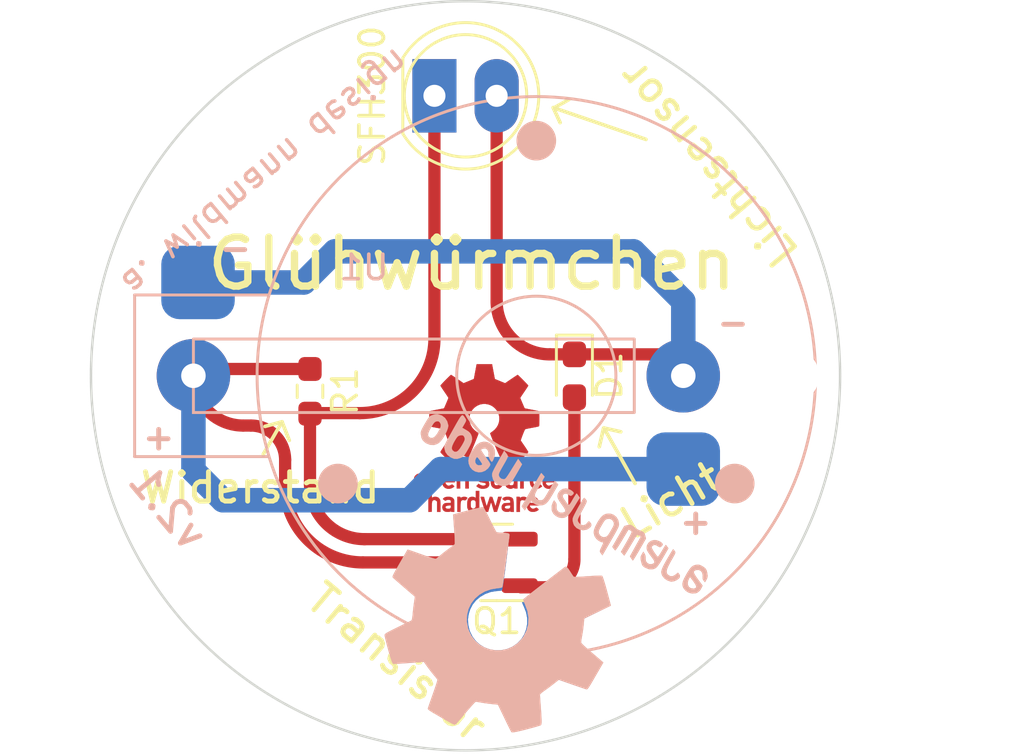
<source format=kicad_pcb>
(kicad_pcb (version 20221018) (generator pcbnew)
  (layers (0 "F.Cu" signal) (31 "B.Cu" signal) (34 "B.Paste" user) (35 "F.Paste" user) (36 "B.SilkS" user "B.Silkscreen") (37 "F.SilkS" user "F.Silkscreen") (38 "B.Mask" user) (39 "F.Mask" user) (44 "Edge.Cuts" user))
  (net 0 "")
  (net 1 "Net-(D1-K)")
  (net 2 "Net-(D1-A)")
  (net 3 "Net-(D2-C)")
  (net 4 "Net-(J1-Pin_1)")
  (footprint "MountingHole:MountingHole_2.2mm_M2" (layer "F.Cu") (at 73.025 98.044)
    (fp_text reference "2" hide)
    (fp_text value "MountingHole_2.2mm_M2")
    (pad "" np_thru_hole circle (at 0 0) (size 2.2 2.2) (drill 2.2) (layers "*.Cu" "*.Mask"))
  )
  (footprint "Resistor_SMD:R_0603_1608Metric_Pad0.98x0.95mm_HandSolder" (layer "F.Cu") (at 76.2 89.535 -90)
    (fp_text reference "R1" (at 0 -1.43 90) (layer "F.SilkS"))
    (fp_text value "10...100kΩ")
    (pad "1" smd roundrect (at -0.9125 0 270) (size 0.975 0.95) (layers "F.Cu" "F.Paste" "F.Mask") (net 4 "Net-(J1-Pin_1)"))
    (pad "2" smd roundrect (at 0.9125 0 270) (size 0.975 0.95) (layers "F.Cu" "F.Paste" "F.Mask") (net 3 "Net-(D2-C)"))
  )
  (footprint "Symbol:OSHW-Logo_5.7x6mm_Copper" (layer "F.Cu") (at 83.312 91.44)
    (fp_text reference "REF**" hide)
    (fp_text value "OSHW-Logo_5.7x6mm_Copper" hide)
    (fp_poly (pts (xy 1.79946 1.45803) (xy 1.842711 1.471245) (xy 1.870558 1.487941) (xy 1.879629 1.501145) (xy 1.877132 1.516797) (xy 1.860931 1.541385) (xy 1.847232 1.5588) (xy 1.818992 1.590283) (xy 1.797775 1.603529) (xy 1.779688 1.602664) (xy 1.726035 1.58901) (xy 1.68663 1.58963) (xy 1.654632 1.605104) (xy 1.64389 1.614161) (xy 1.609505 1.646027) (xy 1.609505 2.062179) (xy 1.471188 2.062179) (xy 1.471188 1.458614) (xy 1.540347 1.458614) (xy 1.581869 1.460256) (xy 1.603291 1.466087) (xy 1.609502 1.477461) (xy 1.609505 1.477798) (xy 1.612439 1.489713) (xy 1.625704 1.488159) (xy 1.644084 1.479563) (xy 1.682046 1.463568) (xy 1.712872 1.453945) (xy 1.752536 1.451478) (xy 1.79946 1.45803)) (stroke (width 0.01)) (fill solid) (layer "F.Cu"))
    (fp_poly (pts (xy 1.635255 2.401486) (xy 1.683595 2.411015) (xy 1.711114 2.425125) (xy 1.740064 2.448568) (xy 1.698876 2.500571) (xy 1.673482 2.532064) (xy 1.656238 2.547428) (xy 1.639102 2.549776) (xy 1.614027 2.542217) (xy 1.602257 2.537941) (xy 1.55427 2.531631) (xy 1.510324 2.545156) (xy 1.47806 2.57571) (xy 1.472819 2.585452) (xy 1.467112 2.611258) (xy 1.462706 2.658817) (xy 1.459811 2.724758) (xy 1.458631 2.80571) (xy 1.458614 2.817226) (xy 1.458614 3.017822) (xy 1.320297 3.017822) (xy 1.320297 2.401683) (xy 1.389456 2.401683) (xy 1.429333 2.402725) (xy 1.450107 2.407358) (xy 1.457789 2.417849) (xy 1.458614 2.427745) (xy 1.458614 2.453806) (xy 1.491745 2.427745) (xy 1.529735 2.409965) (xy 1.58077 2.401174) (xy 1.635255 2.401486)) (stroke (width 0.01)) (fill solid) (layer "F.Cu"))
    (fp_poly (pts (xy -0.993356 2.40302) (xy -0.974539 2.40866) (xy -0.968473 2.421053) (xy -0.968218 2.426647) (xy -0.967129 2.44223) (xy -0.959632 2.444676) (xy -0.939381 2.433993) (xy -0.927351 2.426694) (xy -0.8894 2.411063) (xy -0.844072 2.403334) (xy -0.796544 2.40274) (xy -0.751995 2.408513) (xy -0.715602 2.419884) (xy -0.692543 2.436088) (xy -0.687996 2.456355) (xy -0.690291 2.461843) (xy -0.70702 2.484626) (xy -0.732963 2.512647) (xy -0.737655 2.517177) (xy -0.762383 2.538005) (xy -0.783718 2.544735) (xy -0.813555 2.540038) (xy -0.825508 2.536917) (xy -0.862705 2.529421) (xy -0.888859 2.532792) (xy -0.910946 2.544681) (xy -0.931178 2.560635) (xy -0.946079 2.5807) (xy -0.956434 2.608702) (xy -0.963029 2.648467) (xy -0.966649 2.703823) (xy -0.968078 2.778594) (xy -0.968218 2.82374) (xy -0.968218 3.017822) (xy -1.09396 3.017822) (xy -1.09396 2.401683) (xy -1.031089 2.401683) (xy -0.993356 2.40302)) (stroke (width 0.01)) (fill solid) (layer "F.Cu"))
    (fp_poly (pts (xy 0.993367 1.654342) (xy 0.994555 1.746563) (xy 0.998897 1.81661) (xy 1.007558 1.867381) (xy 1.021704 1.901772) (xy 1.0425 1.922679) (xy 1.07111 1.933) (xy 1.106535 1.935636) (xy 1.143636 1.932682) (xy 1.171818 1.921889) (xy 1.192243 1.90036) (xy 1.206079 1.865199) (xy 1.214491 1.81351) (xy 1.218643 1.742394) (xy 1.219703 1.654342) (xy 1.219703 1.458614) (xy 1.35802 1.458614) (xy 1.35802 2.062179) (xy 1.288862 2.062179) (xy 1.24717 2.060489) (xy 1.225701 2.054556) (xy 1.219703 2.043293) (xy 1.216091 2.033261) (xy 1.201714 2.035383) (xy 1.172736 2.04958) (xy 1.106319 2.07148) (xy 1.035875 2.069928) (xy 0.968377 2.046147) (xy 0.936233 2.027362) (xy 0.911715 2.007022) (xy 0.893804 1.981573) (xy 0.881479 1.947458) (xy 0.873723 1.901121) (xy 0.869516 1.839007) (xy 0.86784 1.757561) (xy 0.867624 1.694578) (xy 0.867624 1.458614) (xy 0.993367 1.458614) (xy 0.993367 1.654342)) (stroke (width 0.01)) (fill solid) (layer "F.Cu"))
    (fp_poly (pts (xy -0.754012 1.469002) (xy -0.722717 1.48395) (xy -0.692409 1.505541) (xy -0.669318 1.530391) (xy -0.6525 1.562087) (xy -0.641006 1.604214) (xy -0.633891 1.660358) (xy -0.630207 1.734106) (xy -0.629008 1.829044) (xy -0.628989 1.838985) (xy -0.628713 2.062179) (xy -0.76703 2.062179) (xy -0.76703 1.856418) (xy -0.767128 1.780189) (xy -0.767809 1.724939) (xy -0.769651 1.686501) (xy -0.773233 1.660706) (xy -0.779132 1.643384) (xy -0.787927 1.630368) (xy -0.80018 1.617507) (xy -0.843047 1.589873) (xy -0.889843 1.584745) (xy -0.934424 1.602217) (xy -0.949928 1.615221) (xy -0.96131 1.627447) (xy -0.969481 1.64054) (xy -0.974974 1.658615) (xy -0.97832 1.685787) (xy -0.980051 1.72617) (xy -0.980697 1.783879) (xy -0.980792 1.854132) (xy -0.980792 2.062179) (xy -1.119109 2.062179) (xy -1.119109 1.458614) (xy -1.04995 1.458614) (xy -1.008428 1.460256) (xy -0.987006 1.466087) (xy -0.980795 1.477461) (xy -0.980792 1.477798) (xy -0.97791 1.488938) (xy -0.965199 1.487674) (xy -0.939926 1.475434) (xy -0.882605 1.457424) (xy -0.817037 1.455421) (xy -0.754012 1.469002)) (stroke (width 0.01)) (fill solid) (layer "F.Cu"))
    (fp_poly (pts (xy 2.217226 1.46388) (xy 2.29008 1.49483) (xy 2.313027 1.509895) (xy 2.342354 1.533048) (xy 2.360764 1.551253) (xy 2.363961 1.557183) (xy 2.354935 1.57034) (xy 2.331837 1.592667) (xy 2.313344 1.60825) (xy 2.262728 1.648926) (xy 2.22276 1.615295) (xy 2.191874 1.593584) (xy 2.161759 1.58609) (xy 2.127292 1.58792) (xy 2.072561 1.601528) (xy 2.034886 1.629772) (xy 2.011991 1.675433) (xy 2.001597 1.741289) (xy 2.001595 1.741331) (xy 2.002494 1.814939) (xy 2.016463 1.868946) (xy 2.044328 1.905716) (xy 2.063325 1.918168) (xy 2.113776 1.933673) (xy 2.167663 1.933683) (xy 2.214546 1.918638) (xy 2.225644 1.911287) (xy 2.253476 1.892511) (xy 2.275236 1.889434) (xy 2.298704 1.903409) (xy 2.324649 1.92851) (xy 2.365716 1.97088) (xy 2.320121 2.008464) (xy 2.249674 2.050882) (xy 2.170233 2.071785) (xy 2.087215 2.070272) (xy 2.032694 2.056411) (xy 1.96897 2.022135) (xy 1.918005 1.968212) (xy 1.894851 1.930149) (xy 1.876099 1.875536) (xy 1.866715 1.806369) (xy 1.866643 1.731407) (xy 1.875824 1.659409) (xy 1.894199 1.599137) (xy 1.897093 1.592958) (xy 1.939952 1.532351) (xy 1.997979 1.488224) (xy 2.066591 1.461493) (xy 2.141201 1.453073) (xy 2.217226 1.46388)) (stroke (width 0.01)) (fill solid) (layer "F.Cu"))
    (fp_poly (pts (xy 0.610762 1.466055) (xy 0.674363 1.500692) (xy 0.724123 1.555372) (xy 0.747568 1.599842) (xy 0.757634 1.639121) (xy 0.764156 1.695116) (xy 0.766951 1.759621) (xy 0.765836 1.824429) (xy 0.760626 1.881334) (xy 0.754541 1.911727) (xy 0.734014 1.953306) (xy 0.698463 1.997468) (xy 0.655619 2.036087) (xy 0.613211 2.061034) (xy 0.612177 2.06143) (xy 0.559553 2.072331) (xy 0.497188 2.072601) (xy 0.437924 2.062676) (xy 0.41504 2.054722) (xy 0.356102 2.0213) (xy 0.31389 1.977511) (xy 0.286156 1.919538) (xy 0.270651 1.843565) (xy 0.267143 1.803771) (xy 0.26759 1.753766) (xy 0.402376 1.753766) (xy 0.406917 1.826732) (xy 0.419986 1.882334) (xy 0.440756 1.917861) (xy 0.455552 1.92802) (xy 0.493464 1.935104) (xy 0.538527 1.933007) (xy 0.577487 1.922812) (xy 0.587704 1.917204) (xy 0.614659 1.884538) (xy 0.632451 1.834545) (xy 0.640024 1.773705) (xy 0.636325 1.708497) (xy 0.628057 1.669253) (xy 0.60432 1.623805) (xy 0.566849 1.595396) (xy 0.52172 1.585573) (xy 0.475011 1.595887) (xy 0.439132 1.621112) (xy 0.420277 1.641925) (xy 0.409272 1.662439) (xy 0.404026 1.690203) (xy 0.402449 1.732762) (xy 0.402376 1.753766) (xy 0.26759 1.753766) (xy 0.268094 1.69758) (xy 0.285388 1.610501) (xy 0.319029 1.54253) (xy 0.369018 1.493664) (xy 0.435356 1.463899) (xy 0.449601 1.460448) (xy 0.53521 1.452345) (xy 0.610762 1.466055)) (stroke (width 0.01)) (fill solid) (layer "F.Cu"))
    (fp_poly (pts (xy 0.281524 2.404237) (xy 0.331255 2.407971) (xy 0.461291 2.797773) (xy 0.481678 2.728614) (xy 0.493946 2.685874) (xy 0.510085 2.628115) (xy 0.527512 2.564625) (xy 0.536726 2.53057) (xy 0.571388 2.401683) (xy 0.714391 2.401683) (xy 0.671646 2.536857) (xy 0.650596 2.603342) (xy 0.625167 2.683539) (xy 0.59861 2.767193) (xy 0.574902 2.841782) (xy 0.520902 3.011535) (xy 0.462598 3.015328) (xy 0.404295 3.019122) (xy 0.372679 2.914734) (xy 0.353182 2.849889) (xy 0.331904 2.7784) (xy 0.313308 2.715263) (xy 0.312574 2.71275) (xy 0.298684 2.669969) (xy 0.286429 2.640779) (xy 0.277846 2.629741) (xy 0.276082 2.631018) (xy 0.269891 2.64813) (xy 0.258128 2.684787) (xy 0.242225 2.736378) (xy 0.223614 2.798294) (xy 0.213543 2.832352) (xy 0.159007 3.017822) (xy 0.043264 3.017822) (xy -0.049263 2.725471) (xy -0.075256 2.643462) (xy -0.098934 2.568987) (xy -0.11918 2.505544) (xy -0.134874 2.456632) (xy -0.144898 2.425749) (xy -0.147945 2.416726) (xy -0.145533 2.407487) (xy -0.126592 2.403441) (xy -0.087177 2.403846) (xy -0.081007 2.404152) (xy -0.007914 2.407971) (xy 0.039957 2.58401) (xy 0.057553 2.648211) (xy 0.073277 2.704649) (xy 0.085746 2.748422) (xy 0.093574 2.77463) (xy 0.09502 2.778903) (xy 0.101014 2.77399) (xy 0.113101 2.748532) (xy 0.129893 2.705997) (xy 0.150003 2.64985) (xy 0.167003 2.59913) (xy 0.231794 2.400504) (xy 0.281524 2.404237)) (stroke (width 0.01)) (fill solid) (layer "F.Cu"))
    (fp_poly (pts (xy -2.538261 1.465148) (xy -2.472479 1.494231) (xy -2.42254 1.542793) (xy -2.388374 1.610908) (xy -2.369907 1.698651) (xy -2.368583 1.712351) (xy -2.367546 1.808939) (xy -2.380993 1.893602) (xy -2.408108 1.962221) (xy -2.422627 1.984294) (xy -2.473201 2.031011) (xy -2.537609 2.061268) (xy -2.609666 2.073824) (xy -2.683185 2.067439) (xy -2.739072 2.047772) (xy -2.787132 2.014629) (xy -2.826412 1.971175) (xy -2.827092 1.970158) (xy -2.843044 1.943338) (xy -2.85341 1.916368) (xy -2.859688 1.882332) (xy -2.863373 1.83431) (xy -2.864997 1.794931) (xy -2.865672 1.759219) (xy -2.739955 1.759219) (xy -2.738726 1.79477) (xy -2.734266 1.842094) (xy -2.726397 1.872465) (xy -2.712207 1.894072) (xy -2.698917 1.906694) (xy -2.651802 1.933122) (xy -2.602505 1.936653) (xy -2.556593 1.917639) (xy -2.533638 1.896331) (xy -2.517096 1.874859) (xy -2.507421 1.854313) (xy -2.503174 1.827574) (xy -2.50292 1.787523) (xy -2.504228 1.750638) (xy -2.507043 1.697947) (xy -2.511505 1.663772) (xy -2.519548 1.64148) (xy -2.533103 1.624442) (xy -2.543845 1.614703) (xy -2.588777 1.589123) (xy -2.637249 1.587847) (xy -2.677894 1.602999) (xy -2.712567 1.634642) (xy -2.733224 1.68662) (xy -2.739955 1.759219) (xy -2.865672 1.759219) (xy -2.866479 1.716621) (xy -2.863948 1.658056) (xy -2.856362 1.614007) (xy -2.842681 1.579248) (xy -2.821865 1.548551) (xy -2.814147 1.539436) (xy -2.765889 1.494021) (xy -2.714128 1.467493) (xy -2.650828 1.456379) (xy -2.619961 1.455471) (xy -2.538261 1.465148)) (stroke (width 0.01)) (fill solid) (layer "F.Cu"))
    (fp_poly (pts (xy -0.201188 3.017822) (xy -0.270346 3.017822) (xy -0.310488 3.016645) (xy -0.331394 3.011772) (xy -0.338922 3.001186) (xy -0.339505 2.994029) (xy -0.340774 2.979676) (xy -0.348779 2.976923) (xy -0.369815 2.985771) (xy -0.386173 2.994029) (xy -0.448977 3.013597) (xy -0.517248 3.014729) (xy -0.572752 3.000135) (xy -0.624438 2.964877) (xy -0.663838 2.912835) (xy -0.685413 2.85145) (xy -0.685962 2.848018) (xy -0.689167 2.810571) (xy -0.690761 2.756813) (xy -0.690633 2.716155) (xy -0.553279 2.716155) (xy -0.550097 2.770194) (xy -0.542859 2.814735) (xy -0.53306 2.839888) (xy -0.495989 2.87426) (xy -0.451974 2.886582) (xy -0.406584 2.876618) (xy -0.367797 2.846895) (xy -0.353108 2.826905) (xy -0.344519 2.80305) (xy -0.340496 2.76823) (xy -0.339505 2.71593) (xy -0.341278 2.664139) (xy -0.345963 2.618634) (xy -0.352603 2.588181) (xy -0.35371 2.585452) (xy -0.380491 2.553) (xy -0.419579 2.535183) (xy -0.463315 2.532306) (xy -0.504038 2.544674) (xy -0.534087 2.572593) (xy -0.537204 2.578148) (xy -0.546961 2.612022) (xy -0.552277 2.660728) (xy -0.553279 2.716155) (xy -0.690633 2.716155) (xy -0.690568 2.69554) (xy -0.689664 2.662563) (xy -0.683514 2.580981) (xy -0.670733 2.51973) (xy -0.649471 2.474449) (xy -0.617878 2.440779) (xy -0.587207 2.421014) (xy -0.544354 2.40712) (xy -0.491056 2.402354) (xy -0.43648 2.406236) (xy -0.389792 2.418282) (xy -0.365124 2.432693) (xy -0.339505 2.455878) (xy -0.339505 2.162773) (xy -0.201188 2.162773) (xy -0.201188 3.017822)) (stroke (width 0.01)) (fill solid) (layer "F.Cu"))
    (fp_poly (pts (xy 2.677898 1.456457) (xy 2.710096 1.464279) (xy 2.771825 1.492921) (xy 2.82461 1.536667) (xy 2.861141 1.589117) (xy 2.86616 1.600893) (xy 2.873045 1.63174) (xy 2.877864 1.677371) (xy 2.879505 1.723492) (xy 2.879505 1.810693) (xy 2.697178 1.810693) (xy 2.621979 1.810978) (xy 2.569003 1.812704) (xy 2.535325 1.817181) (xy 2.51802 1.82572) (xy 2.514163 1.83963) (xy 2.520829 1.860222) (xy 2.53277 1.884315) (xy 2.56608 1.924525) (xy 2.612368 1.944558) (xy 2.668944 1.943905) (xy 2.733031 1.922101) (xy 2.788417 1.895193) (xy 2.834375 1.931532) (xy 2.880333 1.967872) (xy 2.837096 2.007819) (xy 2.779374 2.045563) (xy 2.708386 2.06832) (xy 2.632029 2.074688) (xy 2.558199 2.063268) (xy 2.546287 2.059393) (xy 2.481399 2.025506) (xy 2.43313 1.974986) (xy 2.400465 1.906325) (xy 2.382385 1.818014) (xy 2.382175 1.816121) (xy 2.380556 1.719878) (xy 2.3871 1.685542) (xy 2.514852 1.685542) (xy 2.526584 1.690822) (xy 2.558438 1.694867) (xy 2.605397 1.697176) (xy 2.635154 1.697525) (xy 2.690648 1.697306) (xy 2.725346 1.695916) (xy 2.743601 1.692251) (xy 2.749766 1.68521) (xy 2.748195 1.67369) (xy 2.746878 1.669233) (xy 2.724382 1.627355) (xy 2.689003 1.593604) (xy 2.65778 1.578773) (xy 2.616301 1.579668) (xy 2.574269 1.598164) (xy 2.539012 1.628786) (xy 2.517854 1.666062) (xy 2.514852 1.685542) (xy 2.3871 1.685542) (xy 2.39669 1.635229) (xy 2.428698 1.564191) (xy 2.474701 1.508779) (xy 2.532821 1.471009) (xy 2.60118 1.452896) (xy 2.677898 1.456457)) (stroke (width 0.01)) (fill solid) (layer "F.Cu"))
    (fp_poly (pts (xy 0.014017 1.456452) (xy 0.061634 1.465482) (xy 0.111034 1.48437) (xy 0.116312 1.486777) (xy 0.153774 1.506476) (xy 0.179717 1.524781) (xy 0.188103 1.536508) (xy 0.180117 1.555632) (xy 0.16072 1.58385) (xy 0.15211 1.594384) (xy 0.116628 1.635847) (xy 0.070885 1.608858) (xy 0.02735 1.590878) (xy -0.02295 1.581267) (xy -0.071188 1.58066) (xy -0.108533 1.589691) (xy -0.117495 1.595327) (xy -0.134563 1.621171) (xy -0.136637 1.650941) (xy -0.123866 1.674197) (xy -0.116312 1.678708) (xy -0.093675 1.684309) (xy -0.053885 1.690892) (xy -0.004834 1.697183) (xy 0.004215 1.69817) (xy 0.082996 1.711798) (xy 0.140136 1.734946) (xy 0.17803 1.769752) (xy 0.199079 1.818354) (xy 0.205635 1.877718) (xy 0.196577 1.945198) (xy 0.167164 1.998188) (xy 0.117278 2.036783) (xy 0.0468 2.061081) (xy -0.031435 2.070667) (xy -0.095234 2.070552) (xy -0.146984 2.061845) (xy -0.182327 2.049825) (xy -0.226983 2.02888) (xy -0.268253 2.004574) (xy -0.282921 1.993876) (xy -0.320643 1.963084) (xy -0.275148 1.917049) (xy -0.229653 1.871013) (xy -0.177928 1.905243) (xy -0.126048 1.930952) (xy -0.070649 1.944399) (xy -0.017395 1.945818) (xy 0.028049 1.935443) (xy 0.060016 1.913507) (xy 0.070338 1.894998) (xy 0.068789 1.865314) (xy 0.04314 1.842615) (xy -0.00654 1.82694) (xy -0.060969 1.819695) (xy -0.144736 1.805873) (xy -0.206967 1.779796) (xy -0.248493 1.740699) (xy -0.270147 1.68782) (xy -0.273147 1.625126) (xy -0.258329 1.559642) (xy -0.224546 1.510144) (xy -0.171495 1.476408) (xy -0.098874 1.458207) (xy -0.045072 1.454639) (xy 0.014017 1.456452)) (stroke (width 0.01)) (fill solid) (layer "F.Cu"))
    (fp_poly (pts (xy 2.032581 2.40497) (xy 2.092685 2.420597) (xy 2.143021 2.452848) (xy 2.167393 2.47694) (xy 2.207345 2.533895) (xy 2.230242 2.599965) (xy 2.238108 2.681182) (xy 2.238148 2.687748) (xy 2.238218 2.753763) (xy 1.858264 2.753763) (xy 1.866363 2.788342) (xy 1.880987 2.819659) (xy 1.906581 2.852291) (xy 1.911935 2.8575) (xy 1.957943 2.885694) (xy 2.01041 2.890475) (xy 2.070803 2.871926) (xy 2.08104 2.866931) (xy 2.112439 2.851745) (xy 2.13347 2.843094) (xy 2.137139 2.842293) (xy 2.149948 2.850063) (xy 2.174378 2.869072) (xy 2.186779 2.87946) (xy 2.212476 2.903321) (xy 2.220915 2.919077) (xy 2.215058 2.933571) (xy 2.211928 2.937534) (xy 2.190725 2.954879) (xy 2.155738 2.975959) (xy 2.131337 2.988265) (xy 2.062072 3.009946) (xy 1.985388 3.016971) (xy 1.912765 3.008647) (xy 1.892426 3.002686) (xy 1.829476 2.968952) (xy 1.782815 2.917045) (xy 1.752173 2.846459) (xy 1.737282 2.756692) (xy 1.735647 2.709753) (xy 1.740421 2.641413) (xy 1.86099 2.641413) (xy 1.872652 2.646465) (xy 1.903998 2.650429) (xy 1.949571 2.652768) (xy 1.980446 2.653169) (xy 2.035981 2.652783) (xy 2.071033 2.650975) (xy 2.090262 2.646773) (xy 2.09833 2.639203) (xy 2.099901 2.628218) (xy 2.089121 2.594381) (xy 2.06198 2.56094) (xy 2.026277 2.535272) (xy 1.99056 2.524772) (xy 1.942048 2.534086) (xy 1.900053 2.561013) (xy 1.870936 2.599827) (xy 1.86099 2.641413) (xy 1.740421 2.641413) (xy 1.742599 2.610236) (xy 1.764055 2.530949) (xy 1.80047 2.471263) (xy 1.852297 2.430549) (xy 1.91999 2.408179) (xy 1.956662 2.403871) (xy 2.032581 2.40497)) (stroke (width 0.01)) (fill solid) (layer "F.Cu"))
    (fp_poly (pts (xy -1.356699 1.472614) (xy -1.344168 1.478514) (xy -1.300799 1.510283) (xy -1.25979 1.556646) (xy -1.229168 1.607696) (xy -1.220459 1.631166) (xy -1.212512 1.673091) (xy -1.207774 1.723757) (xy -1.207199 1.744679) (xy -1.207129 1.810693) (xy -1.587083 1.810693) (xy -1.578983 1.845273) (xy -1.559104 1.88617) (xy -1.524347 1.921514) (xy -1.482998 1.944282) (xy -1.456649 1.94901) (xy -1.420916 1.943273) (xy -1.378282 1.928882) (xy -1.363799 1.922262) (xy -1.31024 1.895513) (xy -1.264533 1.930376) (xy -1.238158 1.953955) (xy -1.224124 1.973417) (xy -1.223414 1.979129) (xy -1.235951 1.992973) (xy -1.263428 2.014012) (xy -1.288366 2.030425) (xy -1.355664 2.05993) (xy -1.43111 2.073284) (xy -1.505888 2.069812) (xy -1.565495 2.051663) (xy -1.626941 2.012784) (xy -1.670608 1.961595) (xy -1.697926 1.895367) (xy -1.710322 1.811371) (xy -1.711421 1.772936) (xy -1.707022 1.684861) (xy -1.706482 1.682299) (xy -1.580582 1.682299) (xy -1.577115 1.690558) (xy -1.562863 1.695113) (xy -1.53347 1.697065) (xy -1.484575 1.697517) (xy -1.465748 1.697525) (xy -1.408467 1.696843) (xy -1.372141 1.694364) (xy -1.352604 1.689443) (xy -1.34569 1.681434) (xy -1.345445 1.678862) (xy -1.353336 1.658423) (xy -1.373085 1.629789) (xy -1.381575 1.619763) (xy -1.413094 1.591408) (xy -1.445949 1.580259) (xy -1.463651 1.579327) (xy -1.511539 1.590981) (xy -1.551699 1.622285) (xy -1.577173 1.667752) (xy -1.577625 1.669233) (xy -1.580582 1.682299) (xy -1.706482 1.682299) (xy -1.692392 1.61551) (xy -1.666038 1.560025) (xy -1.633807 1.520639) (xy -1.574217 1.477931) (xy -1.504168 1.455109) (xy -1.429661 1.453046) (xy -1.356699 1.472614)) (stroke (width 0.01)) (fill solid) (layer "F.Cu"))
    (fp_poly (pts (xy 1.038411 2.405417) (xy 1.091411 2.41829) (xy 1.106731 2.42511) (xy 1.136428 2.442974) (xy 1.15922 2.463093) (xy 1.176083 2.488962) (xy 1.187998 2.524073) (xy 1.195942 2.57192) (xy 1.200894 2.635996) (xy 1.203831 2.719794) (xy 1.204947 2.775768) (xy 1.209052 3.017822) (xy 1.138932 3.017822) (xy 1.096393 3.016038) (xy 1.074476 3.009942) (xy 1.068812 2.999706) (xy 1.065821 2.988637) (xy 1.052451 2.990754) (xy 1.034233 2.999629) (xy 0.988624 3.013233) (xy 0.930007 3.016899) (xy 0.868354 3.010903) (xy 0.813638 2.995521) (xy 0.80873 2.993386) (xy 0.758723 2.958255) (xy 0.725756 2.909419) (xy 0.710587 2.852333) (xy 0.711746 2.831824) (xy 0.835508 2.831824) (xy 0.846413 2.859425) (xy 0.878745 2.879204) (xy 0.93091 2.889819) (xy 0.958787 2.891228) (xy 1.005247 2.88762) (xy 1.036129 2.873597) (xy 1.043664 2.866931) (xy 1.064076 2.830666) (xy 1.068812 2.797773) (xy 1.068812 2.753763) (xy 1.007513 2.753763) (xy 0.936256 2.757395) (xy 0.886276 2.768818) (xy 0.854696 2.788824) (xy 0.847626 2.797743) (xy 0.835508 2.831824) (xy 0.711746 2.831824) (xy 0.713971 2.792456) (xy 0.736663 2.735244) (xy 0.767624 2.69658) (xy 0.786376 2.679864) (xy 0.804733 2.668878) (xy 0.828619 2.66218) (xy 0.863957 2.658326) (xy 0.916669 2.655873) (xy 0.937577 2.655168) (xy 1.068812 2.650879) (xy 1.06862 2.611158) (xy 1.063537 2.569405) (xy 1.045162 2.544158) (xy 1.008039 2.52803) (xy 1.007043 2.527742) (xy 0.95441 2.5214) (xy 0.902906 2.529684) (xy 0.86463 2.549827) (xy 0.849272 2.559773) (xy 0.83273 2.558397) (xy 0.807275 2.543987) (xy 0.792328 2.533817) (xy 0.763091 2.512088) (xy 0.74498 2.4958) (xy 0.742074 2.491137) (xy 0.75404 2.467005) (xy 0.789396 2.438185) (xy 0.804753 2.428461) (xy 0.848901 2.411714) (xy 0.908398 2.402227) (xy 0.974487 2.400095) (xy 1.038411 2.405417)) (stroke (width 0.01)) (fill solid) (layer "F.Cu"))
    (fp_poly (pts (xy -1.38421 2.406555) (xy -1.325055 2.422339) (xy -1.280023 2.450948) (xy -1.248246 2.488419) (xy -1.238366 2.504411) (xy -1.231073 2.521163) (xy -1.225974 2.542592) (xy -1.222679 2.572616) (xy -1.220797 2.615154) (xy -1.219937 2.674122) (xy -1.219707 2.75344) (xy -1.219703 2.774484) (xy -1.219703 3.017822) (xy -1.280059 3.017822) (xy -1.318557 3.015126) (xy -1.347023 3.008295) (xy -1.354155 3.004083) (xy -1.373652 2.996813) (xy -1.393566 3.004083) (xy -1.426353 3.01316) (xy -1.473978 3.016813) (xy -1.526764 3.015228) (xy -1.575036 3.008589) (xy -1.603218 3.000072) (xy -1.657753 2.965063) (xy -1.691835 2.916479) (xy -1.707157 2.851882) (xy -1.707299 2.850223) (xy -1.705955 2.821566) (xy -1.584356 2.821566) (xy -1.573726 2.854161) (xy -1.55641 2.872505) (xy -1.521652 2.886379) (xy -1.475773 2.891917) (xy -1.428988 2.889191) (xy -1.391514 2.878274) (xy -1.381015 2.871269) (xy -1.362668 2.838904) (xy -1.35802 2.802111) (xy -1.35802 2.753763) (xy -1.427582 2.753763) (xy -1.493667 2.75885) (xy -1.543764 2.773263) (xy -1.574929 2.795729) (xy -1.584356 2.821566) (xy -1.705955 2.821566) (xy -1.703987 2.779647) (xy -1.68071 2.723845) (xy -1.636948 2.681647) (xy -1.630899 2.677808) (xy -1.604907 2.665309) (xy -1.572735 2.65774) (xy -1.52776 2.654061) (xy -1.474331 2.653216) (xy -1.35802 2.653169) (xy -1.35802 2.604411) (xy -1.362953 2.566581) (xy -1.375543 2.541236) (xy -1.377017 2.539887) (xy -1.405034 2.5288) (xy -1.447326 2.524503) (xy -1.494064 2.526615) (xy -1.535418 2.534756) (xy -1.559957 2.546965) (xy -1.573253 2.556746) (xy -1.587294 2.558613) (xy -1.606671 2.5506) (xy -1.635976 2.530739) (xy -1.679803 2.497063) (xy -1.683825 2.493909) (xy -1.681764 2.482236) (xy -1.664568 2.462822) (xy -1.638433 2.441248) (xy -1.609552 2.423096) (xy -1.600478 2.418809) (xy -1.56738 2.410256) (xy -1.51888 2.404155) (xy -1.464695 2.401708) (xy -1.462161 2.401703) (xy -1.38421 2.406555)) (stroke (width 0.01)) (fill solid) (layer "F.Cu"))
    (fp_poly (pts (xy -1.908759 1.469184) (xy -1.882247 1.482282) (xy -1.849553 1.505106) (xy -1.825725 1.529996) (xy -1.809406 1.561249) (xy -1.79924 1.603166) (xy -1.793872 1.660044) (xy -1.791944 1.736184) (xy -1.791831 1.768917) (xy -1.792161 1.840656) (xy -1.793527 1.891927) (xy -1.7965 1.927404) (xy -1.801649 1.951763) (xy -1.809543 1.96968) (xy -1.817757 1.981902) (xy -1.870187 2.033905) (xy -1.93193 2.065184) (xy -1.998536 2.074592) (xy -2.065558 2.06098) (xy -2.086792 2.051354) (xy -2.137624 2.024859) (xy -2.137624 2.440052) (xy -2.100525 2.420868) (xy -2.051643 2.406025) (xy -1.991561 2.402222) (xy -1.931564 2.409243) (xy -1.886256 2.425013) (xy -1.848675 2.455047) (xy -1.816564 2.498024) (xy -1.81415 2.502436) (xy -1.803967 2.523221) (xy -1.79653 2.54417) (xy -1.791411 2.569548) (xy -1.788181 2.603618) (xy -1.786413 2.650641) (xy -1.785677 2.714882) (xy -1.785544 2.787176) (xy -1.785544 3.017822) (xy -1.923861 3.017822) (xy -1.923861 2.592533) (xy -1.962549 2.559979) (xy -2.002738 2.53394) (xy -2.040797 2.529205) (xy -2.079066 2.541389) (xy -2.099462 2.55332) (xy -2.114642 2.570313) (xy -2.125438 2.595995) (xy -2.132683 2.633991) (xy -2.137208 2.687926) (xy -2.139844 2.761425) (xy -2.140772 2.810347) (xy -2.143911 3.011535) (xy -2.209926 3.015336) (xy -2.27594 3.019136) (xy -2.27594 1.77065) (xy -2.137624 1.77065) (xy -2.134097 1.840254) (xy -2.122215 1.888569) (xy -2.10002 1.918631) (xy -2.065559 1.933471) (xy -2.030742 1.936436) (xy -1.991329 1.933028) (xy -1.965171 1.919617) (xy -1.948814 1.901896) (xy -1.935937 1.882835) (xy -1.928272 1.861601) (xy -1.924861 1.831849) (xy -1.924749 1.787236) (xy -1.925897 1.74988) (xy -1.928532 1.693604) (xy -1.932456 1.656658) (xy -1.939063 1.633223) (xy -1.949749 1.61748) (xy -1.959833 1.60838) (xy -2.00197 1.588537) (xy -2.05184 1.585332) (xy -2.080476 1.592168) (xy -2.108828 1.616464) (xy -2.127609 1.663728) (xy -2.136712 1.733624) (xy -2.137624 1.77065) (xy -2.27594 1.77065) (xy -2.27594 1.458614) (xy -2.206782 1.458614) (xy -2.16526 1.460256) (xy -2.143838 1.466087) (xy -2.137626 1.477461) (xy -2.137624 1.477798) (xy -2.134742 1.488938) (xy -2.12203 1.487673) (xy -2.096757 1.475433) (xy -2.037869 1.456707) (xy -1.971615 1.454739) (xy -1.908759 1.469184)) (stroke (width 0.01)) (fill solid) (layer "F.Cu"))
    (fp_poly (pts (xy 0.376964 -2.709982) (xy 0.433812 -2.40843) (xy 0.853338 -2.235488) (xy 1.104984 -2.406605) (xy 1.175458 -2.45425) (xy 1.239163 -2.49679) (xy 1.293126 -2.532285) (xy 1.334373 -2.55879) (xy 1.359934 -2.574364) (xy 1.366895 -2.577722) (xy 1.379435 -2.569086) (xy 1.406231 -2.545208) (xy 1.44428 -2.509141) (xy 1.490579 -2.463933) (xy 1.542123 -2.412636) (xy 1.595909 -2.358299) (xy 1.648935 -2.303972) (xy 1.698195 -2.252705) (xy 1.740687 -2.207549) (xy 1.773407 -2.171554) (xy 1.793351 -2.14777) (xy 1.798119 -2.13981) (xy 1.791257 -2.125135) (xy 1.77202 -2.092986) (xy 1.74243 -2.046508) (xy 1.70451 -1.988844) (xy 1.660282 -1.92314) (xy 1.634654 -1.885664) (xy 1.587941 -1.817232) (xy 1.546432 -1.75548) (xy 1.51214 -1.703481) (xy 1.48708 -1.664308) (xy 1.473264 -1.641035) (xy 1.471188 -1.636145) (xy 1.475895 -1.622245) (xy 1.488723 -1.58985) (xy 1.507738 -1.543515) (xy 1.531003 -1.487794) (xy 1.556584 -1.427242) (xy 1.582545 -1.366414) (xy 1.60695 -1.309864) (xy 1.627863 -1.262148) (xy 1.643349 -1.227819) (xy 1.651472 -1.211432) (xy 1.651952 -1.210788) (xy 1.664707 -1.207659) (xy 1.698677 -1.200679) (xy 1.75034 -1.190533) (xy 1.816176 -1.177908) (xy 1.892664 -1.163491) (xy 1.93729 -1.155177) (xy 2.019021 -1.139616) (xy 2.092843 -1.124808) (xy 2.155021 -1.111564) (xy 2.201822 -1.100695) (xy 2.229509 -1.093011) (xy 2.235074 -1.090573) (xy 2.240526 -1.07407) (xy 2.244924 -1.0368) (xy 2.248272 -0.98312) (xy 2.250574 -0.917388) (xy 2.251832 -0.843963) (xy 2.252048 -0.767204) (xy 2.251227 -0.691468) (xy 2.249371 -0.621114) (xy 2.246482 -0.5605) (xy 2.242565 -0.513984) (xy 2.237622 -0.485925) (xy 2.234657 -0.480084) (xy 2.216934 -0.473083) (xy 2.179381 -0.463073) (xy 2.126964 -0.451231) (xy 2.064652 -0.438733) (xy 2.0429 -0.43469) (xy 1.938024 -0.41548) (xy 1.85518 -0.400009) (xy 1.79163 -0.387663) (xy 1.744637 -0.377827) (xy 1.711463 -0.369886) (xy 1.689371 -0.363224) (xy 1.675624 -0.357227) (xy 1.667484 -0.351281) (xy 1.666345 -0.350106) (xy 1.654977 -0.331174) (xy 1.637635 -0.294331) (xy 1.61605 -0.244087) (xy 1.591954 -0.184954) (xy 1.567079 -0.121444) (xy 1.543157 -0.058068) (xy 1.521919 0.000662) (xy 1.505097 0.050235) (xy 1.494422 0.086139) (xy 1.491627 0.103862) (xy 1.49186 0.104483) (xy 1.501331 0.11897) (xy 1.522818 0.150844) (xy 1.554063 0.196789) (xy 1.592807 0.253485) (xy 1.636793 0.317617) (xy 1.649319 0.335842) (xy 1.693984 0.401914) (xy 1.733288 0.4622) (xy 1.765088 0.513235) (xy 1.787245 0.55156) (xy 1.797617 0.573711) (xy 1.798119 0.576432) (xy 1.789405 0.590736) (xy 1.765325 0.619072) (xy 1.728976 0.658396) (xy 1.683453 0.705661) (xy 1.631852 0.757823) (xy 1.577267 0.811835) (xy 1.522794 0.864653) (xy 1.471529 0.913231) (xy 1.426567 0.954523) (xy 1.391004 0.985485) (xy 1.367935 1.00307) (xy 1.361554 1.005941) (xy 1.346699 0.999178) (xy 1.316286 0.980939) (xy 1.275268 0.954297) (xy 1.243709 0.932852) (xy 1.186525 0.893503) (xy 1.118806 0.847171) (xy 1.05088 0.800913) (xy 1.014361 0.776155) (xy 0.890752 0.692547) (xy 0.786991 0.74865) (xy 0.73972 0.773228) (xy 0.699523 0.792331) (xy 0.672326 0.803227) (xy 0.665402 0.804743) (xy 0.657077 0.793549) (xy 0.640654 0.761917) (xy 0.617357 0.712765) (xy 0.588414 0.64901) (xy 0.55505 0.573571) (xy 0.518491 0.489364) (xy 0.479964 0.399308) (xy 0.440694 0.306321) (xy 0.401908 0.21332) (xy 0.36483 0.123223) (xy 0.330689 0.038948) (xy 0.300708 -0.036587) (xy 0.276116 -0.100466) (xy 0.258136 -0.149769) (xy 0.247997 -0.181579) (xy 0.246366 -0.192504) (xy 0.259291 -0.206439) (xy 0.287589 -0.22906) (xy 0.325346 -0.255667) (xy 0.328515 -0.257772) (xy 0.4261 -0.335886) (xy 0.504786 -0.427018) (xy 0.563891 -0.528255) (xy 0.602732 -0.636682) (xy 0.620628 -0.749386) (xy 0.616897 -0.863452) (xy 0.590857 -0.975966) (xy 0.541825 -1.084015) (xy 0.5274 -1.107655) (xy 0.452369 -1.203113) (xy 0.36373 -1.279768) (xy 0.264549 -1.33722) (xy 0.157895 -1.375071) (xy 0.046836 -1.392922) (xy -0.065561 -1.390375) (xy -0.176227 -1.36703) (xy -0.282094 -1.32249) (xy -0.380095 -1.256355) (xy -0.41041 -1.229513) (xy -0.487562 -1.145488) (xy -0.543782 -1.057034) (xy -0.582347 -0.957885) (xy -0.603826 -0.859697) (xy -0.609128 -0.749303) (xy -0.591448 -0.63836) (xy -0.552581 -0.530619) (xy -0.494323 -0.429831) (xy -0.418469 -0.339744) (xy -0.326817 -0.264108) (xy -0.314772 -0.256136) (xy -0.276611 -0.230026) (xy -0.247601 -0.207405) (xy -0.233732 -0.192961) (xy -0.233531 -0.192504) (xy -0.236508 -0.176879) (xy -0.248311 -0.141418) (xy -0.267714 -0.089038) (xy -0.293488 -0.022655) (xy -0.324409 0.054814) (xy -0.359249 0.14045) (xy -0.396783 0.231337) (xy -0.435783 0.324559) (xy -0.475023 0.417197) (xy -0.513276 0.506335) (xy -0.549317 0.589055) (xy -0.581917 0.662441) (xy -0.609852 0.723575) (xy -0.631895 0.769541) (xy -0.646818 0.797421) (xy -0.652828 0.804743) (xy -0.671191 0.799041) (xy -0.705552 0.783749) (xy -0.749984 0.761599) (xy -0.774417 0.74865) (xy -0.878178 0.692547) (xy -1.001787 0.776155) (xy -1.064886 0.818987) (xy -1.13397 0.866122) (xy -1.198707 0.910503) (xy -1.231134 0.932852) (xy -1.276741 0.963477) (xy -1.31536 0.987747) (xy -1.341952 1.002587) (xy -1.35059 1.005724) (xy -1.363161 0.997261) (xy -1.390984 0.973636) (xy -1.431361 0.937302) (xy -1.481595 0.890711) (xy -1.538988 0.836317) (xy -1.575286 0.801392) (xy -1.63879 0.738996) (xy -1.693673 0.683188) (xy -1.737714 0.636354) (xy -1.768695 0.600882) (xy -1.784398 0.579161) (xy -1.785905 0.574752) (xy -1.778914 0.557985) (xy -1.759594 0.524082) (xy -1.730091 0.476476) (xy -1.692545 0.418599) (xy -1.6491 0.353884) (xy -1.636745 0.335842) (xy -1.591727 0.270267) (xy -1.55134 0.211228) (xy -1.51784 0.162042) (xy -1.493486 0.126028) (xy -1.480536 0.106502) (xy -1.479285 0.104483) (xy -1.481156 0.088922) (xy -1.491087 0.054709) (xy -1.507347 0.006355) (xy -1.528205 -0.051629) (xy -1.551927 -0.11473) (xy -1.576784 -0.178437) (xy -1.601042 -0.238239) (xy -1.622971 -0.289624) (xy -1.640838 -0.328081) (xy -1.652913 -0.349098) (xy -1.653771 -0.350106) (xy -1.661154 -0.356112) (xy -1.673625 -0.362052) (xy -1.69392 -0.36854) (xy -1.724778 -0.376191) (xy -1.768934 -0.38562) (xy -1.829126 -0.397441) (xy -1.908093 -0.412271) (xy -2.00857 -0.430723) (xy -2.030325 -0.43469) (xy -2.094802 -0.447147) (xy -2.151011 -0.459334) (xy -2.193987 -0.470074) (xy -2.21876 -0.478191) (xy -2.222082 -0.480084) (xy -2.227556 -0.496862) (xy -2.232006 -0.534355) (xy -2.235428 -0.588206) (xy -2.237819 -0.654056) (xy -2.239177 -0.727547) (xy -2.239499 -0.80432) (xy -2.238781 -0.880017) (xy -2.237021 -0.95028) (xy -2.234216 -1.01075) (xy -2.230362 -1.05707) (xy -2.225457 -1.084881) (xy -2.2225 -1.090573) (xy -2.206037 -1.096314) (xy -2.168551 -1.105655) (xy -2.113775 -1.117785) (xy -2.045445 -1.131893) (xy -1.967294 -1.14717) (xy -1.924716 -1.155177) (xy -1.843929 -1.170279) (xy -1.771887 -1.18396) (xy -1.712111 -1.195533) (xy -1.668121 -1.204313) (xy -1.643439 -1.209613) (xy -1.639377 -1.210788) (xy -1.632511 -1.224035) (xy -1.617998 -1.255943) (xy -1.597771 -1.301953) (xy -1.573766 -1.357508) (xy -1.547918 -1.418047) (xy -1.52216 -1.479014) (xy -1.498427 -1.535849) (xy -1.478654 -1.583994) (xy -1.464776 -1.61889) (xy -1.458726 -1.635979) (xy -1.458614 -1.636726) (xy -1.465472 -1.650207) (xy -1.484698 -1.68123) (xy -1.514272 -1.726711) (xy -1.552173 -1.783568) (xy -1.59638 -1.848717) (xy -1.622079 -1.886138) (xy -1.668907 -1.954753) (xy -1.710499 -2.017048) (xy -1.744825 -2.069871) (xy -1.769857 -2.110073) (xy -1.783565 -2.1345) (xy -1.785544 -2.139976) (xy -1.777034 -2.152722) (xy -1.753507 -2.179937) (xy -1.717968 -2.218572) (xy -1.673423 -2.265577) (xy -1.622877 -2.317905) (xy -1.569336 -2.372505) (xy -1.515805 -2.42633) (xy -1.465289 -2.47633) (xy -1.420794 -2.519457) (xy -1.385325 -2.552661) (xy -1.361887 -2.572894) (xy -1.354046 -2.577722) (xy -1.34128 -2.570933) (xy -1.310744 -2.551858) (xy -1.26541 -2.522439) (xy -1.208244 -2.484619) (xy -1.142216 -2.440339) (xy -1.09241 -2.406605) (xy -0.840764 -2.235488) (xy -0.631001 -2.321959) (xy -0.421237 -2.40843) (xy -0.364389 -2.709982) (xy -0.30754 -3.011534) (xy 0.320115 -3.011534) (xy 0.376964 -2.709982)) (stroke (width 0.01)) (fill solid) (layer "F.Cu"))
  )
  (footprint "MountingHole:MountingHole_2.2mm_M2" (layer "F.Cu") (at 95.885 88.9)
    (fp_text reference "1" hide)
    (fp_text value "MountingHole_2.2mm_M2")
    (pad "" np_thru_hole circle (at 0 0) (size 2.2 2.2) (drill 2.2) (layers "*.Cu" "*.Mask"))
  )
  (footprint "gluhwurmchen:SolderWirePad_1x01_SMD_2x2mm" (layer "F.Cu") (at 71.628 85.09 -90)
    (fp_text reference "J2" hide)
    (fp_text value "GND_ext")
    (pad "1" smd roundrect (at 0 0 270) (size 3 3) (layers "B.Cu" "B.Paste" "B.Mask") (net 1 "Net-(D1-K)"))
  )
  (footprint "gluhwurmchen:LED_D5.0mm_Clear_handsolder" (layer "F.Cu") (at 81.28 77.47)
    (fp_text reference "D2" hide)
    (fp_text value "SFH300" (at -2.54 0 90) (layer "F.SilkS"))
    (pad "1" thru_hole rect (at 0 0) (size 1.8 3) (drill 0.9) (layers "*.Cu" "*.Mask") (net 3 "Net-(D2-C)"))
    (pad "2" thru_hole oval (at 2.54 0) (size 1.8 3) (drill 0.9) (layers "*.Cu" "*.Mask") (net 1 "Net-(D1-K)"))
  )
  (footprint "MountingHole:MountingHole_2.2mm_M2" (layer "F.Cu") (at 73.914 78.613)
    (fp_text reference "3" hide)
    (fp_text value "MountingHole_2.2mm_M2")
    (pad "" np_thru_hole circle (at 0 0) (size 2.2 2.2) (drill 2.2) (layers "*.Cu" "*.Mask"))
  )
  (footprint "gluhwurmchen:SolderWirePad_1x01_SMD_2x2mm" (layer "F.Cu") (at 91.44 92.71 90)
    (fp_text reference "J1" hide)
    (fp_text value "3V_ext")
    (pad "1" smd roundrect (at 0 0 90) (size 3 3) (layers "B.Cu" "B.Paste" "B.Mask") (net 4 "Net-(J1-Pin_1)"))
  )
  (footprint "Package_TO_SOT_SMD:SOT-23" (layer "F.Cu") (at 83.82 96.52 180)
    (fp_text reference "Q1" (at 0 -2.4) (layer "F.SilkS"))
    (fp_text value "2N3904")
    (pad "1" smd roundrect (at -0.9375 -0.95 180) (size 1.475 0.6) (layers "F.Cu" "F.Paste" "F.Mask") (net 2 "Net-(D1-A)"))
    (pad "2" smd roundrect (at -0.9375 0.95 180) (size 1.475 0.6) (layers "F.Cu" "F.Paste" "F.Mask") (net 3 "Net-(D2-C)"))
    (pad "3" smd roundrect (at 0.9375 0 180) (size 1.475 0.6) (layers "F.Cu" "F.Paste" "F.Mask") (net 4 "Net-(J1-Pin_1)"))
  )
  (footprint "LED_SMD:LED_0603_1608Metric_Pad1.05x0.95mm_HandSolder" (layer "F.Cu") (at 86.995 88.9 -90)
    (fp_text reference "D1" (at 0 -1.43 90) (layer "F.SilkS"))
    (fp_text value "LED")
    (pad "1" smd roundrect (at -0.875 0 270) (size 1.05 0.95) (layers "F.Cu" "F.Paste" "F.Mask") (net 1 "Net-(D1-K)"))
    (pad "2" smd roundrect (at 0.875 0 270) (size 1.05 0.95) (layers "F.Cu" "F.Paste" "F.Mask") (net 2 "Net-(D1-A)"))
  )
  (footprint "Symbol:OSHW-Symbol_8.9x8mm_Copper" (layer "B.Cu") (at 83.6422 99.2632 -30)
    (fp_text reference "REF**" hide)
    (fp_text value "OSHW-Symbol_8.9x8mm_Copper" hide)
    (fp_poly (pts (xy 0.746536 3.399573) (xy 0.859118 2.802382) (xy 1.274531 2.631135) (xy 1.689945 2.459888) (xy 2.188302 2.798767) (xy 2.327869 2.893123) (xy 2.454029 2.97737) (xy 2.560896 3.047662) (xy 2.642583 3.100153) (xy 2.693202 3.130996) (xy 2.706987 3.137647) (xy 2.731821 3.120542) (xy 2.784889 3.073256) (xy 2.860241 3.001828) (xy 2.95193 2.9123) (xy 3.054008 2.810711) (xy 3.160527 2.703102) (xy 3.265537 2.595513) (xy 3.363092 2.493985) (xy 3.447243 2.404559) (xy 3.512041 2.333274) (xy 3.551538 2.286172) (xy 3.560981 2.270408) (xy 3.547392 2.241347) (xy 3.509294 2.177679) (xy 3.450694 2.085633) (xy 3.375598 1.971436) (xy 3.288009 1.841316) (xy 3.237255 1.767099) (xy 3.144746 1.631578) (xy 3.062541 1.509284) (xy 2.994631 1.406305) (xy 2.945001 1.328727) (xy 2.917641 1.282639) (xy 2.91353 1.272953) (xy 2.92285 1.245426) (xy 2.948255 1.181272) (xy 2.985912 1.08951) (xy 3.031987 0.979161) (xy 3.082647 0.859245) (xy 3.13406 0.738781) (xy 3.18239 0.626791) (xy 3.223807 0.532293) (xy 3.254475 0.464308) (xy 3.270562 0.431857) (xy 3.271512 0.43058) (xy 3.296773 0.424383) (xy 3.364046 0.41056) (xy 3.466361 0.390468) (xy 3.596742 0.365466) (xy 3.748217 0.336914) (xy 3.836594 0.320449) (xy 3.998453 0.289631) (xy 4.14465 0.260306) (xy 4.267788 0.234079) (xy 4.36047 0.212554) (xy 4.415302 0.197335) (xy 4.426324 0.192507) (xy 4.437119 0.159826) (xy 4.44583 0.086015) (xy 4.452461 -0.020292) (xy 4.457019 -0.150467) (xy 4.45951 -0.295876) (xy 4.459939 -0.44789) (xy 4.458312 -0.597877) (xy 4.454636 -0.737206) (xy 4.448916 -0.857245) (xy 4.441158 -0.949365) (xy 4.431369 -1.004932) (xy 4.425497 -1.0165) (xy 4.3904 -1.030365) (xy 4.316029 -1.050188) (xy 4.212224 -1.073639) (xy 4.08882 -1.098391) (xy 4.045742 -1.106398) (xy 3.838048 -1.144441) (xy 3.673985 -1.175079) (xy 3.548131 -1.199529) (xy 3.455066 -1.219009) (xy 3.389368 -1.234736) (xy 3.345618 -1.247928) (xy 3.318393 -1.259804) (xy 3.302273 -1.27158) (xy 3.300018 -1.273908) (xy 3.277504 -1.3114) (xy 3.243159 -1.384365) (xy 3.200412 -1.483867) (xy 3.152693 -1.600973) (xy 3.103431 -1.726748) (xy 3.056056 -1.852257) (xy 3.013996 -1.968565) (xy 2.980681 -2.066739) (xy 2.959542 -2.137843) (xy 2.954006 -2.172942) (xy 2.954467 -2.174172) (xy 2.973224 -2.202861) (xy 3.015777 -2.265985) (xy 3.077654 -2.356973) (xy 3.154383 -2.469255) (xy 3.241492 -2.59626) (xy 3.266299 -2.632353) (xy 3.354753 -2.763203) (xy 3.432589 -2.882591) (xy 3.495567 -2.983662) (xy 3.539446 -3.059559) (xy 3.559986 -3.103427) (xy 3.560981 -3.108817) (xy 3.543723 -3.137144) (xy 3.496036 -3.193261) (xy 3.424051 -3.271137) (xy 3.333898 -3.36474) (xy 3.231706 -3.468041) (xy 3.123606 -3.575006) (xy 3.015729 -3.679606) (xy 2.914205 -3.775809) (xy 2.825163 -3.857584) (xy 2.754734 -3.9189) (xy 2.709048 -3.953726) (xy 2.69641 -3.959412) (xy 2.666992 -3.94602) (xy 2.606762 -3.909899) (xy 2.52553 -3.857136) (xy 2.463031 -3.814667) (xy 2.349786 -3.73674) (xy 2.215675 -3.644984) (xy 2.081156 -3.553375) (xy 2.008834 -3.504346) (xy 1.764039 -3.33877) (xy 1.558551 -3.449875) (xy 1.464937 -3.498548) (xy 1.385331 -3.536381) (xy 1.331468 -3.557958) (xy 1.317758 -3.560961) (xy 1.301271 -3.538793) (xy 1.268746 -3.476149) (xy 1.222609 -3.378809) (xy 1.165291 -3.252549) (xy 1.099217 -3.10315) (xy 1.026816 -2.936388) (xy 0.950517 -2.758042) (xy 0.872747 -2.573891) (xy 0.795935 -2.389712) (xy 0.722507 -2.211285) (xy 0.654893 -2.044387) (xy 0.595521 -1.894797) (xy 0.546817 -1.768293) (xy 0.511211 -1.670654) (xy 0.491131 -1.607657) (xy 0.487901 -1.586021) (xy 0.513497 -1.558424) (xy 0.569539 -1.513625) (xy 0.644312 -1.460934) (xy 0.650588 -1.456765) (xy 0.843846 -1.302069) (xy 0.999675 -1.121591) (xy 1.116725 -0.921102) (xy 1.193646 -0.706374) (xy 1.229087 -0.483177) (xy 1.221698 -0.257281) (xy 1.170128 -0.034459) (xy 1.073027 0.179521) (xy 1.044459 0.226336) (xy 0.895869 0.415382) (xy 0.720328 0.567188) (xy 0.523911 0.680966) (xy 0.312694 0.755925) (xy 0.092754 0.791278) (xy -0.129836 0.786233) (xy -0.348998 0.740001) (xy -0.558657 0.651794) (xy -0.752738 0.520821) (xy -0.812773 0.467663) (xy -0.965564 0.301261) (xy -1.076902 0.126088) (xy -1.153276 -0.070266) (xy -1.195812 -0.264717) (xy -1.206313 -0.483342) (xy -1.171299 -0.703052) (xy -1.094326 -0.91642) (xy -0.978952 -1.116022) (xy -0.828734 -1.294429) (xy -0.647226 -1.444217) (xy -0.623372 -1.460006) (xy -0.547798 -1.511712) (xy -0.490348 -1.556512) (xy -0.462882 -1.585117) (xy -0.462482 -1.586021) (xy -0.468379 -1.616964) (xy -0.491754 -1.687191) (xy -0.530178 -1.790925) (xy -0.581222 -1.92239) (xy -0.642457 -2.075807) (xy -0.711455 -2.245401) (xy -0.785786 -2.425393) (xy -0.863021 -2.610008) (xy -0.940731 -2.793468) (xy -1.016488 -2.969996) (xy -1.087862 -3.133814) (xy -1.152425 -3.279147) (xy -1.207747 -3.400217) (xy -1.251399 -3.491247) (xy -1.280953 -3.54646) (xy -1.292855 -3.560961) (xy -1.329222 -3.549669) (xy -1.397269 -3.519385) (xy -1.485263 -3.47552) (xy -1.533649 -3.449875) (xy -1.739136 -3.33877) (xy -1.983931 -3.504346) (xy -2.108893 -3.58917) (xy -2.245704 -3.682516) (xy -2.373911 -3.770408) (xy -2.438128 -3.814667) (xy -2.528448 -3.875318) (xy -2.604928 -3.923381) (xy -2.657592 -3.95277) (xy -2.674697 -3.958982) (xy -2.699594 -3.942223) (xy -2.754694 -3.895436) (xy -2.834656 -3.82348) (xy -2.934139 -3.731212) (xy -3.047799 -3.62349) (xy -3.119684 -3.554326) (xy -3.245448 -3.430757) (xy -3.354136 -3.320234) (xy -3.441354 -3.227485) (xy -3.50271 -3.157237) (xy -3.533808 -3.11422) (xy -3.536791 -3.10549) (xy -3.522946 -3.072284) (xy -3.484687 -3.005142) (xy -3.426258 -2.910863) (xy -3.351902 -2.796245) (xy -3.265864 -2.668083) (xy -3.241397 -2.632353) (xy -3.152245 -2.502489) (xy -3.072261 -2.385569) (xy -3.005919 -2.288162) (xy -2.957688 -2.216839) (xy -2.932042 -2.17817) (xy -2.929564 -2.174172) (xy -2.93327 -2.143355) (xy -2.952938 -2.075599) (xy -2.985139 -1.979839) (xy -3.026444 -1.865009) (xy -3.073424 -1.740044) (xy -3.12265 -1.613879) (xy -3.170691 -1.495448) (xy -3.214118 -1.393685) (xy -3.249503 -1.317526) (xy -3.273415 -1.275904) (xy -3.275115 -1.273908) (xy -3.289737 -1.262013) (xy -3.314434 -1.25025) (xy -3.354627 -1.237401) (xy -3.415736 -1.222249) (xy -3.503182 -1.203576) (xy -3.622387 -1.180165) (xy -3.778772 -1.150797) (xy -3.977756 -1.114255) (xy -4.020839 -1.106398) (xy -4.148529 -1.081727) (xy -4.259846 -1.057593) (xy -4.344954 -1.036324) (xy -4.394016 -1.020248) (xy -4.400594 -1.0165) (xy -4.411435 -0.983273) (xy -4.420246 -0.909021) (xy -4.427023 -0.802376) (xy -4.431759 -0.671967) (xy -4.434449 -0.526427) (xy -4.435086 -0.374386) (xy -4.433665 -0.224476) (xy -4.430179 -0.085328) (xy -4.424623 0.034428) (xy -4.416991 0.126159) (xy -4.407277 0.181234) (xy -4.401421 0.192507) (xy -4.368819 0.203877) (xy -4.294581 0.222376) (xy -4.186103 0.246398) (xy -4.050782 0.274338) (xy -3.896014 0.304592) (xy -3.811692 0.320449) (xy -3.651703 0.350356) (xy -3.509032 0.37745) (xy -3.390651 0.400369) (xy -3.303534 0.417757) (xy -3.254654 0.428253) (xy -3.246609 0.43058) (xy -3.233012 0.456814) (xy -3.20427 0.520005) (xy -3.164214 0.611123) (xy -3.116675 0.721143) (xy -3.065484 0.841035) (xy -3.014473 0.961773) (xy -2.967473 1.074329) (xy -2.928315 1.169674) (xy -2.90083 1.238783) (xy -2.88885 1.272626) (xy -2.888627 1.274105) (xy -2.902208 1.300803) (xy -2.940284 1.36224) (xy -2.998852 1.452311) (xy -3.073911 1.56491) (xy -3.161459 1.69393) (xy -3.212352 1.768039) (xy -3.30509 1.903923) (xy -3.387458 2.027291) (xy -3.455438 2.131903) (xy -3.505011 2.211517) (xy -3.532157 2.259893) (xy -3.536078 2.270738) (xy -3.519224 2.29598) (xy -3.472631 2.349876) (xy -3.402251 2.426387) (xy -3.314034 2.519477) (xy -3.213934 2.623105) (xy -3.107901 2.731236) (xy -3.001888 2.83783) (xy -2.901847 2.93685) (xy -2.813729 3.022258) (xy -2.743486 3.088015) (xy -2.697071 3.128084) (xy -2.681543 3.137647) (xy -2.65626 3.1242) (xy -2.595788 3.086425) (xy -2.506007 3.028165) (xy -2.392796 2.953266) (xy -2.262036 2.865575) (xy -2.1634 2.798767) (xy -1.665042 2.459888) (xy -1.249629 2.631135) (xy -0.834215 2.802382) (xy -0.721633 3.399573) (xy -0.60905 3.996765) (xy 0.633953 3.996765) (xy 0.746536 3.399573)) (stroke (width 0.01)) (fill solid) (layer "B.Cu"))
  )
  (footprint "gluhwurmchen:CR2032_batteryholder" (layer "B.Cu") (at 85.44 88.9)
    (fp_text reference "U1" (at -7.0302 -4.4196 unlocked) (layer "B.SilkS") (effects (justify mirror)))
    (fp_text value "CR2032")
    (fp_text user "+" (at -15.4178 2.6416 180 unlocked) (layer "B.SilkS") (effects (font (thickness 0.2)) (justify mirror)))
    (fp_text user "-" (at 8.032 -2.032 180 unlocked) (layer "B.SilkS") (effects (font (thickness 0.2)) (justify mirror)))
    (pad "1" thru_hole circle (at -14 0) (size 3 3) (drill 1) (layers "*.Cu" "*.Mask") (net 4 "Net-(J1-Pin_1)"))
    (pad "2" thru_hole circle (at 6 0) (size 3 3) (drill 1) (layers "*.Cu" "*.Mask") (net 1 "Net-(D1-K)"))
  )
  (footprint "Symbol:OSHW-Logo2_14.6x12mm_SilkScreen" (layer "B.Cu") (at 84.328 98.044 -30)
    (fp_text reference "REF**" hide)
    (fp_text value "OSHW-Logo2_14.6x12mm_SilkScreen" hide)
  )
  (gr_line (start 82.2198 97.6376) (end 82.3722 98.3234) (stroke (width 0.15)) (layer "F.SilkS"))
  (gr_line (start 75.057 90.780089) (end 74.363059 90.96603) (stroke (width 0.15)) (layer "F.SilkS"))
  (gr_line (start 88.2015 91.0336) (end 89.4715 93.2942) (stroke (width 0.15)) (layer "F.SilkS"))
  (gr_line (start 75.057 90.780089) (end 75.352926 91.53753) (stroke (width 0.15)) (layer "F.SilkS"))
  (gr_line (start 86.1314 77.9526) (end 86.4108 78.5622) (stroke (width 0.15)) (layer "F.SilkS"))
  (gr_line (start 86.1822 77.9526) (end 86.7664 77.6224) (stroke (width 0.15)) (layer "F.SilkS"))
  (gr_line (start 88.1888 91.0336) (end 88.011 91.7956) (stroke (width 0.15)) (layer "F.SilkS"))
  (gr_line (start 74.295 92.099911) (end 75.057 90.780089) (stroke (width 0.15)) (layer "F.SilkS"))
  (gr_line (start 82.1944 97.6122) (end 81.4324 97.7138) (stroke (width 0.15)) (layer "F.SilkS"))
  (gr_line (start 88.2015 91.0336) (end 88.8873 91.186) (stroke (width 0.15)) (layer "F.SilkS"))
  (gr_line (start 86.1314 77.9526) (end 89.916 79.248) (stroke (width 0.15)) (layer "F.SilkS"))
  (gr_line (start 80.1878 100.076) (end 82.169 97.6376) (stroke (width 0.15)) (layer "F.SilkS"))
  (gr_circle (center 82.55 88.9) (end 93.98 78.74) (stroke (width 0.1)) (fill none) (layer "Edge.Cuts"))
  (gr_text "v2.1" (at 70.4088 94.2848 -50) (layer "B.SilkS") (effects (font (size 1.2 1.2) (thickness 0.2)) (justify mirror)))
  (gr_text "a. wildmann design" (at 74.3712 80.5942 220) (layer "B.SilkS") (effects (font (size 1 1)) (justify mirror)))
  (gr_text "+" (at 91.948 94.996 180) (layer "B.SilkS") (effects (font (size 1 1) (thickness 0.2)) (justify mirror)))
  (gr_text "-" (at 73.152 83.82 180) (layer "B.SilkS") (effects (font (size 1 1) (thickness 0.2)) (justify mirror)))
  (gr_text "Transistor" (at 79.756 100.584 -40) (layer "F.SilkS") (effects (font (size 1.2 1.2) (thickness 0.2))))
  (gr_text "Widerstand" (at 74.168 93.472) (layer "F.SilkS") (effects (font (size 1.2 1.2) (thickness 0.2))))
  (gr_text "Lichtsensor" (at 92.456 80.264 -230) (layer "F.SilkS") (effects (font (size 1.2 1.2) (thickness 0.2))))
  (gr_text "Glühwürmchen" (at 82.804 84.328) (layer "F.SilkS") (effects (font (size 2 2) (thickness 0.3))))
  (gr_text "Licht" (at 90.932 93.98 30) (layer "F.SilkS") (effects (font (size 1.2 1.2) (thickness 0.2))))
  (segment (start 85.993 88.025) (end 86.995 88.025) (width 0.5) (layer "F.Cu") (net 1))
  (segment (start 83.82 77.47) (end 83.82 85.852) (width 0.5) (layer "F.Cu") (net 1))
  (segment (start 86.995 88.025) (end 90.565 88.025) (width 0.5) (layer "F.Cu") (net 1))
  (arc (start 90.565 88.025) (mid 91.183718 88.281282) (end 91.44 88.9) (width 0.5) (layer "F.Cu") (net 1))
  (arc (start 83.82 85.852) (mid 84.456457 87.388543) (end 85.993 88.025) (width 0.5) (layer "F.Cu") (net 1))
  (arc (start 86.854 87.884) (mid 86.953702 87.925298) (end 86.995 88.025) (width 0.5) (layer "F.Cu") (net 1))
  (segment (start 75.946 85.09) (end 77.216 83.82) (width 1) (layer "B.Cu") (net 1))
  (segment (start 75.946 85.09) (end 71.628 85.09) (width 1) (layer "B.Cu") (net 1))
  (segment (start 77.216 83.82) (end 89.408 83.82) (width 1) (layer "B.Cu") (net 1))
  (segment (start 91.44 85.852) (end 91.44 88.9) (width 1) (layer "B.Cu") (net 1))
  (segment (start 89.408 83.82) (end 91.44 85.852) (width 1) (layer "B.Cu") (net 1))
  (segment (start 85.852 97.536) (end 84.8235 97.536) (width 0.5) (layer "F.Cu") (net 2))
  (segment (start 86.995 89.775) (end 86.995 96.393) (width 0.5) (layer "F.Cu") (net 2))
  (arc (start 86.995 96.393) (mid 86.660223 97.201223) (end 85.852 97.536) (width 0.5) (layer "F.Cu") (net 2))
  (arc (start 84.8235 97.536) (mid 84.776831 97.516669) (end 84.7575 97.47) (width 0.5) (layer "F.Cu") (net 2))
  (segment (start 84.7575 95.57) (end 78.425 95.57) (width 0.5) (layer "F.Cu") (net 3))
  (segment (start 78.232 90.424) (end 76.2235 90.424) (width 0.5) (layer "F.Cu") (net 3))
  (segment (start 81.28 77.47) (end 81.28 87.376) (width 0.5) (layer "F.Cu") (net 3))
  (segment (start 76.2 93.345) (end 76.2 90.4475) (width 0.5) (layer "F.Cu") (net 3))
  (arc (start 76.2235 90.424) (mid 76.206883 90.430883) (end 76.2 90.4475) (width 0.5) (layer "F.Cu") (net 3))
  (arc (start 78.425 95.57) (mid 76.851687 94.918313) (end 76.2 93.345) (width 0.5) (layer "F.Cu") (net 3))
  (arc (start 81.28 87.376) (mid 80.387261 89.531261) (end 78.232 90.424) (width 0.5) (layer "F.Cu") (net 3))
  (segment (start 75.184 93.345) (end 75.184 92.329) (width 0.5) (layer "F.Cu") (net 4))
  (segment (start 76.2 88.6225) (end 71.7175 88.6225) (width 0.5) (layer "F.Cu") (net 4))
  (segment (start 82.8825 96.52) (end 78.359 96.52) (width 0.5) (layer "F.Cu") (net 4))
  (segment (start 73.787 90.932) (end 73.472 90.932) (width 0.5) (layer "F.Cu") (net 4))
  (arc (start 73.472 90.932) (mid 72.035159 90.336841) (end 71.44 88.9) (width 0.5) (layer "F.Cu") (net 4))
  (arc (start 71.7175 88.6225) (mid 71.521278 88.703778) (end 71.44 88.9) (width 0.5) (layer "F.Cu") (net 4))
  (arc (start 75.184 92.329) (mid 74.774828 91.341172) (end 73.787 90.932) (width 0.5) (layer "F.Cu") (net 4))
  (arc (start 78.359 96.52) (mid 76.113936 95.590064) (end 75.184 93.345) (width 0.5) (layer "F.Cu") (net 4))
  (segment (start 80.264 93.98) (end 72.644 93.98) (width 1) (layer "B.Cu") (net 4))
  (segment (start 91.44 92.71) (end 81.534 92.71) (width 1) (layer "B.Cu") (net 4))
  (segment (start 72.644 93.98) (end 71.44 92.776) (width 1) (layer "B.Cu") (net 4))
  (segment (start 81.534 92.71) (end 80.264 93.98) (width 1) (layer "B.Cu") (net 4))
  (segment (start 71.44 92.776) (end 71.44 88.9) (width 1) (layer "B.Cu") (net 4))
)
</source>
